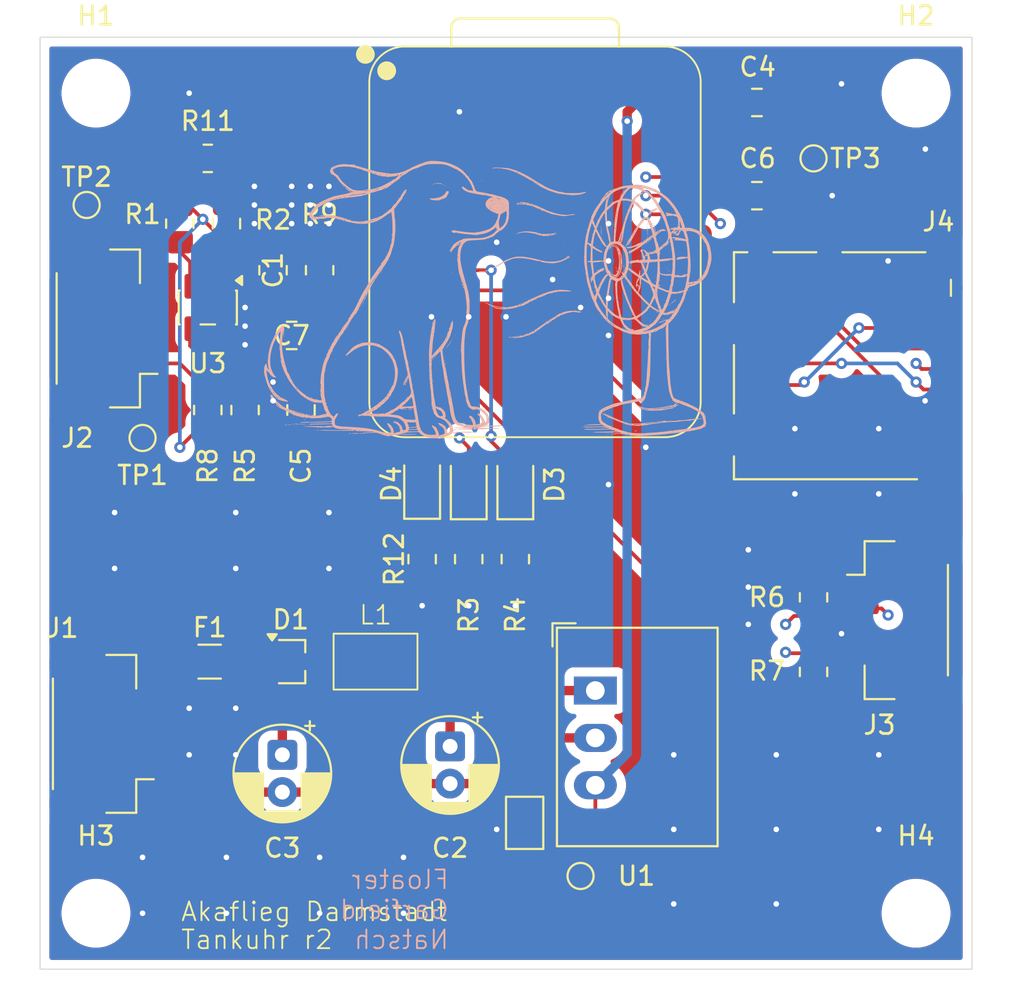
<source format=kicad_pcb>
(kicad_pcb (version 20241229) (generator "pcbnew") (generator_version "9.0")
  (layers (0 "F.Cu" signal) (4 "In1.Cu" signal) (6 "In2.Cu" signal) (2 "B.Cu" signal) (13 "F.Paste" user) (15 "B.Paste" user) (5 "F.SilkS" user "F.Silkscreen") (7 "B.SilkS" user "B.Silkscreen") (1 "F.Mask" user) (3 "B.Mask" user) (25 "Edge.Cuts" user))
  (net 0 "")
  (net 1 "+12V")
  (net 2 "GND")
  (net 3 "+5V")
  (net 4 "SENSOR_FUEL_LEVEL")
  (net 5 "GNDA")
  (net 6 "D0")
  (net 7 "+3.3V")
  (net 10 "SENSOR_FUEL_FLOW")
  (net 13 "D1")
  (net 16 "Net-(D1-A)")
  (net 17 "SDA")
  (net 18 "SCL")
  (net 19 "Net-(J1-Pin_3)")
  (net 20 "Net-(U3--)")
  (net 21 "Net-(U1-IN)")
  (net 23 "Net-(D2-K)")
  (net 24 "Net-(D3-K)")
  (net 25 "Net-(D4-K)")
  (net 26 "/SD_CS")
  (net 27 "/SD_CLK")
  (net 28 "/LED_1")
  (net 29 "/LED_0")
  (net 30 "/SD_MISO")
  (net 31 "/SD_MOSI")
  (footprint "Capacitor_THT:CP_Radial_D5.0mm_P2.00mm" (layer "F.Cu") (at 69.5 85.544888 -90)
    (property "Reference" "C2" (at 5.455112 0 0) (layer "F.SilkS"))
    (property "Value" "4.7u")
    (pad "1" thru_hole roundrect (at 0 0 270) (size 1.6 1.6) (drill 0.8) (layers "*.Cu" "*.Mask") (roundrect_rratio 0.15625) (net 21 "Net-(U1-IN)"))
    (pad "2" thru_hole circle (at 2 0 270) (size 1.6 1.6) (drill 0.8) (layers "*.Cu" "*.Mask") (net 5 "GNDA"))
  )
  (footprint "Resistor_SMD:R_0805_2012Metric_Pad1.20x1.40mm_HandSolder" (layer "F.Cu") (at 60 60 -90)
    (property "Reference" "R2" (at -2.7 0 180) (layer "F.SilkS"))
    (property "Value" "10k")
    (pad "1" smd roundrect (at -1 0 270) (size 1.2 1.4) (layers "F.Cu" "F.Mask" "F.Paste") (roundrect_rratio 0.208333) (net 6 "D0"))
    (pad "2" smd roundrect (at 1 0 270) (size 1.2 1.4) (layers "F.Cu" "F.Mask" "F.Paste") (roundrect_rratio 0.208333) (net 20 "Net-(U3--)"))
  )
  (footprint "MountingHole:MountingHole_3.2mm_M3" (layer "F.Cu") (at 94.5 94.5)
    (property "Reference" "H4" (at 0 -4.15 0) (layer "F.SilkS"))
    (property "Value" "MountingHole")
    (pad "" np_thru_hole circle (at 0 0) (size 3.2 3.2) (drill 3.2) (layers "*.Cu" "*.Mask"))
  )
  (footprint "Jumper:SolderJumper-2_P1.3mm_Bridged2Bar_Pad1.0x1.5mm" (layer "F.Cu") (at 73.5 89.65 -90)
    (property "Reference" "JP1" (hide yes))
    (property "Value" "SolderJumper_2_Bridged")
    (fp_poly (pts (xy -0.25 0.2) (xy 0.25 0.2) (xy 0.25 0.6) (xy -0.25 0.6)) (fill yes) (layer "F.Cu"))
    (fp_poly (pts (xy -0.25 -0.6) (xy 0.25 -0.6) (xy 0.25 -0.2) (xy -0.25 -0.2)) (fill yes) (layer "F.Cu"))
    (pad "1" smd rect (at -0.65 0 270) (size 1 1.5) (layers "F.Cu" "F.Mask") (net 5 "GNDA"))
    (pad "2" smd rect (at 0.65 0 270) (size 1 1.5) (layers "F.Cu" "F.Mask") (net 2 "GND"))
  )
  (footprint "Resistor_SMD:R_0805_2012Metric_Pad1.20x1.40mm_HandSolder" (layer "F.Cu") (at 56.5 67.5 90)
    (property "Reference" "R8" (at -3 0 90) (layer "F.SilkS"))
    (property "Value" "4.7k")
    (pad "1" smd roundrect (at -1 0 90) (size 1.2 1.4) (layers "F.Cu" "F.Mask" "F.Paste") (roundrect_rratio 0.208333) (net 7 "+3.3V"))
    (pad "2" smd roundrect (at 1 0 90) (size 1.2 1.4) (layers "F.Cu" "F.Mask" "F.Paste") (roundrect_rratio 0.208333) (net 10 "SENSOR_FUEL_FLOW"))
  )
  (footprint "Package_TO_SOT_SMD:SOT-23-5" (layer "F.Cu") (at 56.5 62 -90)
    (property "Reference" "U3" (at 3 0 180) (layer "F.SilkS"))
    (property "Value" "MCP6001R")
    (pad "1" smd roundrect (at -1.1375 -0.95 270) (size 1.325 0.6) (layers "F.Cu" "F.Mask" "F.Paste") (net 6 "D0"))
    (pad "2" smd roundrect (at -1.1375 0 270) (size 1.325 0.6) (layers "F.Cu" "F.Mask" "F.Paste") (net 7 "+3.3V"))
    (pad "3" smd roundrect (at -1.1375 0.95 270) (size 1.325 0.6) (layers "F.Cu" "F.Mask" "F.Paste") (net 4 "SENSOR_FUEL_LEVEL"))
    (pad "4" smd roundrect (at 1.1375 0.95 270) (size 1.325 0.6) (layers "F.Cu" "F.Mask" "F.Paste") (net 20 "Net-(U3--)"))
    (pad "5" smd roundrect (at 1.1375 -0.95 270) (size 1.325 0.6) (layers "F.Cu" "F.Mask" "F.Paste") (net 2 "GND"))
  )
  (footprint "MountingHole:MountingHole_3.2mm_M3" (layer "F.Cu") (at 94.5 50.5)
    (property "Reference" "H2" (at 0 -4.15 0) (layer "F.SilkS"))
    (property "Value" "MountingHole")
    (pad "" np_thru_hole circle (at 0 0) (size 3.2 3.2) (drill 3.2) (layers "*.Cu" "*.Mask"))
  )
  (footprint "LED_SMD:LED_0805_2012Metric_Pad1.15x1.40mm_HandSolder" (layer "F.Cu") (at 68 71.475 90)
    (property "Reference" "D4" (at 0 -1.65 90) (layer "F.SilkS"))
    (property "Value" "LED")
    (pad "1" smd roundrect (at -1.025 0 90) (size 1.15 1.4) (layers "F.Cu" "F.Mask" "F.Paste") (roundrect_rratio 0.217391) (net 25 "Net-(D4-K)"))
    (pad "2" smd roundrect (at 1.025 0 90) (size 1.15 1.4) (layers "F.Cu" "F.Mask" "F.Paste") (roundrect_rratio 0.217391) (net 28 "/LED_1"))
  )
  (footprint "Package_TO_SOT_SMD:SOT-323_SC-70" (layer "F.Cu") (at 61 81)
    (property "Reference" "D1" (at -0.05 -2.25 0) (layer "F.SilkS"))
    (property "Value" "BAT54W")
    (pad "1" smd roundrect (at -1 -0.65 270) (size 0.45 0.7) (layers "F.Cu" "F.Mask" "F.Paste") (net 16 "Net-(D1-A)"))
    (pad "2" smd roundrect (at -1 0.65 270) (size 0.45 0.7) (layers "F.Cu" "F.Mask" "F.Paste"))
    (pad "3" smd roundrect (at 1 0 270) (size 0.45 0.7) (layers "F.Cu" "F.Mask" "F.Paste") (net 1 "+12V"))
  )
  (footprint "Seeed Studio XIAO Series Library:XIAO-ESP32C3-SMD" (layer "F.Cu") (at 74 58.5)
    (property "Reference" "U2" (hide yes))
    (property "Value" "XIAO-ESP32-C3-SMD")
    (pad "1" smd roundrect (at -8 -7.58) (size 2.75 2) (layers "F.Cu" "F.Mask" "F.Paste") (net 6 "D0"))
    (pad "2" smd roundrect (at -8 -5.04) (size 2.75 2) (layers "F.Cu" "F.Mask" "F.Paste") (net 13 "D1"))
    (pad "3" smd roundrect (at -8 -2.5) (size 2.75 2) (layers "F.Cu" "F.Mask" "F.Paste"))
    (pad "4" smd roundrect (at -8 0.04) (size 2.75 2) (layers "F.Cu" "F.Mask" "F.Paste") (net 29 "/LED_0"))
    (pad "5" smd roundrect (at -8 2.58) (size 2.75 2) (layers "F.Cu" "F.Mask" "F.Paste") (net 17 "SDA"))
    (pad "6" smd roundrect (at -8 5.12) (size 2.75 2) (layers "F.Cu" "F.Mask" "F.Paste") (net 18 "SCL"))
    (pad "7" smd roundrect (at -8 7.66) (size 2.75 2) (layers "F.Cu" "F.Mask" "F.Paste") (net 28 "/LED_1"))
    (pad "8" smd roundrect (at 8.165 7.66) (size 2.75 2) (layers "F.Cu" "F.Mask" "F.Paste") (net 26 "/SD_CS"))
    (pad "9" smd roundrect (at 8.165 5.12) (size 2.75 2) (layers "F.Cu" "F.Mask" "F.Paste") (net 27 "/SD_CLK"))
    (pad "10" smd roundrect (at 8.165 2.58) (size 2.75 2) (layers "F.Cu" "F.Mask" "F.Paste") (net 30 "/SD_MISO"))
    (pad "11" smd roundrect (at 8.165 0.04) (size 2.75 2) (layers "F.Cu" "F.Mask" "F.Paste") (net 31 "/SD_MOSI"))
    (pad "12" smd roundrect (at 8.165 -2.5) (size 2.75 2) (layers "F.Cu" "F.Mask" "F.Paste") (net 7 "+3.3V"))
    (pad "13" smd roundrect (at 8.165 -5.04) (size 2.75 2) (layers "F.Cu" "F.Mask" "F.Paste") (net 2 "GND"))
    (pad "14" smd roundrect (at 8.165 -7.58) (size 2.75 2) (layers "F.Cu" "F.Mask" "F.Paste") (net 3 "+5V"))
    (pad "15" smd roundrect (at -4.39 -0.342 180) (size 2.5 1.1) (layers "F.Cu" "F.Mask" "F.Paste"))
    (pad "16" smd roundrect (at -4.39 -2.247 180) (size 2.5 1.1) (layers "F.Cu" "F.Mask" "F.Paste") (net 2 "GND"))
    (pad "17" smd circle (at -1.215 -8.592) (size 1.7 1.7) (layers "F.Cu" "F.Mask" "F.Paste"))
    (pad "18" smd circle (at 1.325 -8.592) (size 1.7 1.7) (layers "F.Cu" "F.Mask" "F.Paste"))
    (pad "19" smd circle (at -1.215 -6.052) (size 1.7 1.7) (layers "F.Cu" "F.Mask" "F.Paste"))
    (pad "20" smd circle (at 1.325 -6.052) (size 1.7 1.7) (layers "F.Cu" "F.Mask" "F.Paste") (net 2 "GND"))
    (pad "21" smd circle (at -1.215 -3.512) (size 1.7 1.7) (layers "F.Cu" "F.Mask" "F.Paste"))
    (pad "22" smd circle (at 1.325 -3.512) (size 1.7 1.7) (layers "F.Cu" "F.Mask" "F.Paste"))
  )
  (footprint "MountingHole:MountingHole_3.2mm_M3" (layer "F.Cu") (at 50.5 50.5)
    (property "Reference" "H1" (at 0 -4.15 0) (layer "F.SilkS"))
    (property "Value" "MountingHole")
    (pad "" np_thru_hole circle (at 0 0) (size 3.2 3.2) (drill 3.2) (layers "*.Cu" "*.Mask"))
  )
  (footprint "Resistor_SMD:R_0805_2012Metric_Pad1.20x1.40mm_HandSolder" (layer "F.Cu") (at 62.5 60 -90)
    (property "Reference" "R9" (at -3 0 180) (layer "F.SilkS"))
    (property "Value" "1k")
    (pad "1" smd roundrect (at -1 0 270) (size 1.2 1.4) (layers "F.Cu" "F.Mask" "F.Paste") (roundrect_rratio 0.208333) (net 2 "GND"))
    (pad "2" smd roundrect (at 1 0 270) (size 1.2 1.4) (layers "F.Cu" "F.Mask" "F.Paste") (roundrect_rratio 0.208333) (net 20 "Net-(U3--)"))
  )
  (footprint "Library:RECOM RLS-120" (layer "F.Cu") (at 65.5 81)
    (property "Reference" "L1" (at 0 -2.5 0) (layer "F.SilkS") (effects (font (thickness 0.1))))
    (property "Value" "L")
    (pad "1" smd roundrect (at -1.4 0) (size 2 3.5) (layers "F.Cu" "F.Mask" "F.Paste") (roundrect_rratio 0.05) (net 1 "+12V"))
    (pad "2" smd roundrect (at 1.4 0) (size 2 3.5) (layers "F.Cu" "F.Mask" "F.Paste") (roundrect_rratio 0.05) (net 21 "Net-(U1-IN)"))
  )
  (footprint "Resistor_SMD:R_0805_2012Metric_Pad1.20x1.40mm_HandSolder" (layer "F.Cu") (at 89 77.55 90)
    (property "Reference" "R6" (at 0 -2.5 180) (layer "F.SilkS"))
    (property "Value" "4.7k")
    (pad "1" smd roundrect (at -1 0 90) (size 1.2 1.4) (layers "F.Cu" "F.Mask" "F.Paste") (roundrect_rratio 0.208333) (net 7 "+3.3V"))
    (pad "2" smd roundrect (at 1 0 90) (size 1.2 1.4) (layers "F.Cu" "F.Mask" "F.Paste") (roundrect_rratio 0.208333) (net 17 "SDA"))
  )
  (footprint "Capacitor_SMD:C_0805_2012Metric_Pad1.18x1.45mm_HandSolder" (layer "F.Cu") (at 57.5 57.5 90)
    (property "Reference" "C1" (at -2.5 2.5 90) (layer "F.SilkS"))
    (property "Value" "100n / >35V")
    (pad "1" smd roundrect (at -1.0375 0 90) (size 1.175 1.45) (layers "F.Cu" "F.Mask" "F.Paste") (roundrect_rratio 0.212766) (net 7 "+3.3V"))
    (pad "2" smd roundrect (at 1.0375 0 90) (size 1.175 1.45) (layers "F.Cu" "F.Mask" "F.Paste") (roundrect_rratio 0.212766) (net 2 "GND"))
  )
  (footprint "Connector_Card:microSD_HC_Molex_104031-0811" (layer "F.Cu") (at 90.55 65.105 -90)
    (property "Reference" "J4" (at -7.705 -5.15 180) (layer "F.SilkS"))
    (property "Value" "Micro_SD_Card_Det1")
    (pad "1" smd rect (at -3.105 -5.45 270) (size 0.85 1.1) (layers "F.Cu" "F.Mask" "F.Paste"))
    (pad "2" smd rect (at -2.005 -5.45 270) (size 0.85 1.1) (layers "F.Cu" "F.Mask" "F.Paste") (net 26 "/SD_CS"))
    (pad "3" smd rect (at -0.905 -5.45 270) (size 0.85 1.1) (layers "F.Cu" "F.Mask" "F.Paste") (net 31 "/SD_MOSI"))
    (pad "4" smd rect (at 0.195 -5.45 270) (size 0.85 1.1) (layers "F.Cu" "F.Mask" "F.Paste") (net 7 "+3.3V"))
    (pad "5" smd rect (at 1.295 -5.45 270) (size 0.85 1.1) (layers "F.Cu" "F.Mask" "F.Paste") (net 27 "/SD_CLK"))
    (pad "6" smd rect (at 2.395 -5.45 270) (size 0.85 1.1) (layers "F.Cu" "F.Mask" "F.Paste") (net 2 "GND"))
    (pad "7" smd rect (at 3.495 -5.45 270) (size 0.85 1.1) (layers "F.Cu" "F.Mask" "F.Paste") (net 30 "/SD_MISO"))
    (pad "8" smd rect (at 4.545 -5.45 270) (size 0.75 1.1) (layers "F.Cu" "F.Mask" "F.Paste"))
    (pad "9" smd rect (at -5.74 0.7 270) (size 1.2 1) (layers "F.Cu" "F.Mask" "F.Paste"))
    (pad "10" smd rect (at -5.74 4.4 270) (size 1.2 1) (layers "F.Cu" "F.Mask" "F.Paste") (net 2 "GND"))
    (pad "11" smd rect (at -5.565 -5.325 270) (size 1.55 1.35) (layers "F.Cu" "F.Mask" "F.Paste"))
    (pad "11" smd rect (at -2.24 5.375 270) (size 1.9 1.35) (layers "F.Cu" "F.Mask" "F.Paste"))
    (pad "11" smd rect (at 3.73 5.375 270) (size 1.9 1.35) (layers "F.Cu" "F.Mask" "F.Paste"))
    (pad "11" smd rect (at 5.755 -5.1 270) (size 1.17 1.8) (layers "F.Cu" "F.Mask" "F.Paste"))
  )
  (footprint "Capacitor_SMD:C_0805_2012Metric_Pad1.18x1.45mm_HandSolder" (layer "F.Cu") (at 61 63.5)
    (property "Reference" "C7" (at 0 0 0) (layer "F.SilkS"))
    (property "Value" "100n")
    (pad "1" smd roundrect (at -1.0375 0) (size 1.175 1.45) (layers "F.Cu" "F.Mask" "F.Paste") (roundrect_rratio 0.212766) (net 20 "Net-(U3--)"))
    (pad "2" smd roundrect (at 1.0375 0) (size 1.175 1.45) (layers "F.Cu" "F.Mask" "F.Paste") (roundrect_rratio 0.212766) (net 6 "D0"))
  )
  (footprint "Converter_DCDC:Converter_DCDC_RECOM_R-78E-0.5_THT" (layer "F.Cu") (at 77.2925 82.5525 -90)
    (property "Reference" "U1" (at 9.9475 -2.2075 180) (layer "F.SilkS"))
    (property "Value" "R-78E5.0-0.5")
    (pad "1" thru_hole rect (at 0 0 270) (size 1.5 2.3) (drill 1) (layers "*.Cu" "*.Mask") (net 21 "Net-(U1-IN)"))
    (pad "2" thru_hole oval (at 2.54 0 270) (size 1.5 2.3) (drill 1) (layers "*.Cu" "*.Mask") (net 5 "GNDA"))
    (pad "3" thru_hole oval (at 5.08 0 270) (size 1.5 2.3) (drill 1) (layers "*.Cu" "*.Mask") (net 3 "+5V"))
  )
  (footprint "Connector_JST:JST_GH_BM04B-GHS-TBT_1x04-1MP_P1.25mm_Vertical" (layer "F.Cu") (at 51 63.125 90)
    (property "Reference" "J2" (at -5.875 -1.5 0) (layer "F.SilkS"))
    (property "Value" "Conn_01x04_Pin")
    (pad "1" smd roundrect (at -1.875 1.95 90) (size 0.6 1.7) (layers "F.Cu" "F.Mask" "F.Paste") (net 10 "SENSOR_FUEL_FLOW"))
    (pad "2" smd roundrect (at -0.625 1.95 90) (size 0.6 1.7) (layers "F.Cu" "F.Mask" "F.Paste") (net 2 "GND"))
    (pad "3" smd roundrect (at 0.625 1.95 90) (size 0.6 1.7) (layers "F.Cu" "F.Mask" "F.Paste") (net 2 "GND"))
    (pad "4" smd roundrect (at 1.875 1.95 90) (size 0.6 1.7) (layers "F.Cu" "F.Mask" "F.Paste") (net 4 "SENSOR_FUEL_LEVEL"))
    (pad "MP" smd roundrect (at -3.725 -1.4 90) (size 1 2.8) (layers "F.Cu" "F.Mask" "F.Paste"))
    (pad "MP" smd roundrect (at 3.725 -1.4 90) (size 1 2.8) (layers "F.Cu" "F.Mask" "F.Paste"))
  )
  (footprint "LED_SMD:LED_0805_2012Metric_Pad1.15x1.40mm_HandSolder" (layer "F.Cu") (at 73 71.5 90)
    (property "Reference" "D3" (at 0 2.1 90) (layer "F.SilkS"))
    (property "Value" "LED")
    (pad "1" smd roundrect (at -1.025 0 90) (size 1.15 1.4) (layers "F.Cu" "F.Mask" "F.Paste") (roundrect_rratio 0.217391) (net 24 "Net-(D3-K)"))
    (pad "2" smd roundrect (at 1.025 0 90) (size 1.15 1.4) (layers "F.Cu" "F.Mask" "F.Paste") (roundrect_rratio 0.217391) (net 29 "/LED_0"))
  )
  (footprint "Resistor_SMD:R_0805_2012Metric_Pad1.20x1.40mm_HandSolder" (layer "F.Cu") (at 70.5 75.5 -90)
    (property "Reference" "R3" (at 3 0 90) (layer "F.SilkS"))
    (property "Value" "150")
    (pad "1" smd roundrect (at -1 0 270) (size 1.2 1.4) (layers "F.Cu" "F.Mask" "F.Paste") (roundrect_rratio 0.208333) (net 23 "Net-(D2-K)"))
    (pad "2" smd roundrect (at 1 0 270) (size 1.2 1.4) (layers "F.Cu" "F.Mask" "F.Paste") (roundrect_rratio 0.208333) (net 2 "GND"))
  )
  (footprint "Resistor_SMD:R_0805_2012Metric_Pad1.20x1.40mm_HandSolder" (layer "F.Cu") (at 58.5 67.5 -90)
    (property "Reference" "R5" (at 3 0 90) (layer "F.SilkS"))
    (property "Value" "220")
    (pad "1" smd roundrect (at -1 0 270) (size 1.2 1.4) (layers "F.Cu" "F.Mask" "F.Paste") (roundrect_rratio 0.208333) (net 10 "SENSOR_FUEL_FLOW"))
    (pad "2" smd roundrect (at 1 0 270) (size 1.2 1.4) (layers "F.Cu" "F.Mask" "F.Paste") (roundrect_rratio 0.208333) (net 13 "D1"))
  )
  (footprint "LED_SMD:LED_0805_2012Metric_Pad1.15x1.40mm_HandSolder" (layer "F.Cu") (at 70.5 71.5 90)
    (property "Reference" "D2" (hide yes))
    (property "Value" "LED")
    (pad "1" smd roundrect (at -1.025 0 90) (size 1.15 1.4) (layers "F.Cu" "F.Mask" "F.Paste") (roundrect_rratio 0.217391) (net 23 "Net-(D2-K)"))
    (pad "2" smd roundrect (at 1.025 0 90) (size 1.15 1.4) (layers "F.Cu" "F.Mask" "F.Paste") (roundrect_rratio 0.217391) (net 7 "+3.3V"))
  )
  (footprint "TestPoint:TestPoint_Pad_D1.0mm" (layer "F.Cu") (at 53 69 -90)
    (property "Reference" "TP1" (at 2 0 0) (layer "F.SilkS"))
    (property "Value" "TestPoint")
    (pad "1" smd circle (at 0 0 270) (size 1 1) (layers "F.Cu" "F.Mask") (net 10 "SENSOR_FUEL_FLOW"))
  )
  (footprint "Resistor_SMD:R_0805_2012Metric_Pad1.20x1.40mm_HandSolder" (layer "F.Cu") (at 73 75.5 -90)
    (property "Reference" "R4" (at 3 0 90) (layer "F.SilkS"))
    (property "Value" "150")
    (pad "1" smd roundrect (at -1 0 270) (size 1.2 1.4) (layers "F.Cu" "F.Mask" "F.Paste") (roundrect_rratio 0.208333) (net 24 "Net-(D3-K)"))
    (pad "2" smd roundrect (at 1 0 270) (size 1.2 1.4) (layers "F.Cu" "F.Mask" "F.Paste") (roundrect_rratio 0.208333) (net 2 "GND"))
  )
  (footprint "Capacitor_SMD:C_0805_2012Metric_Pad1.18x1.45mm_HandSolder" (layer "F.Cu") (at 61.5 67.5 90)
    (property "Reference" "C5" (at -3 0 90) (layer "F.SilkS"))
    (property "Value" "1n")
    (pad "1" smd roundrect (at -1.0375 0 90) (size 1.175 1.45) (layers "F.Cu" "F.Mask" "F.Paste") (roundrect_rratio 0.212766) (net 13 "D1"))
    (pad "2" smd roundrect (at 1.0375 0 90) (size 1.175 1.45) (layers "F.Cu" "F.Mask" "F.Paste") (roundrect_rratio 0.212766) (net 2 "GND"))
  )
  (footprint "TestPoint:TestPoint_Pad_D1.0mm" (layer "F.Cu") (at 76.5 92.5)
    (property "Reference" "TP4" (hide yes))
    (property "Value" "TestPoint")
    (pad "1" smd circle (at 0 0) (size 1 1) (layers "F.Cu" "F.Mask") (net 3 "+5V"))
  )
  (footprint "Fuse:Fuse_1206_3216Metric" (layer "F.Cu") (at 56.6 81)
    (property "Reference" "F1" (at 0 -1.83 0) (layer "F.SilkS"))
    (property "Value" "1A")
    (pad "1" smd roundrect (at -1.4 0) (size 1.25 1.75) (layers "F.Cu" "F.Mask" "F.Paste") (roundrect_rratio 0.2) (net 19 "Net-(J1-Pin_3)"))
    (pad "2" smd roundrect (at 1.4 0) (size 1.25 1.75) (layers "F.Cu" "F.Mask" "F.Paste") (roundrect_rratio 0.2) (net 16 "Net-(D1-A)"))
  )
  (footprint "Connector_JST:JST_GH_BM04B-GHS-TBT_1x04-1MP_P1.25mm_Vertical" (layer "F.Cu") (at 93.6 78.775 -90)
    (property "Reference" "J3" (at 5.625 1.06 180) (layer "F.SilkS"))
    (property "Value" "Conn_01x04_Pin")
    (pad "1" smd roundrect (at -1.875 1.95 270) (size 0.6 1.7) (layers "F.Cu" "F.Mask" "F.Paste") (net 17 "SDA"))
    (pad "2" smd roundrect (at -0.625 1.95 270) (size 0.6 1.7) (layers "F.Cu" "F.Mask" "F.Paste") (net 7 "+3.3V"))
    (pad "3" smd roundrect (at 0.625 1.95 270) (size 0.6 1.7) (layers "F.Cu" "F.Mask" "F.Paste") (net 2 "GND"))
    (pad "4" smd roundrect (at 1.875 1.95 270) (size 0.6 1.7) (layers "F.Cu" "F.Mask" "F.Paste") (net 18 "SCL"))
    (pad "MP" smd roundrect (at -3.725 -1.4 270) (size 1 2.8) (layers "F.Cu" "F.Mask" "F.Paste"))
    (pad "MP" smd roundrect (at 3.725 -1.4 270) (size 1 2.8) (layers "F.Cu" "F.Mask" "F.Paste"))
  )
  (footprint "TestPoint:TestPoint_Pad_D1.0mm" (layer "F.Cu") (at 50 56.5 -90)
    (property "Reference" "TP2" (at -1.5 0 0) (layer "F.SilkS"))
    (property "Value" "TestPoint")
    (pad "1" smd circle (at 0 0 270) (size 1 1) (layers "F.Cu" "F.Mask") (net 4 "SENSOR_FUEL_LEVEL"))
  )
  (footprint "Capacitor_SMD:C_0805_2012Metric_Pad1.18x1.45mm_HandSolder" (layer "F.Cu") (at 85.9625 56)
    (property "Reference" "C6" (at 0.0375 -2 0) (layer "F.SilkS"))
    (property "Value" "100n / >35V")
    (pad "1" smd roundrect (at -1.0375 0) (size 1.175 1.45) (layers "F.Cu" "F.Mask" "F.Paste") (roundrect_rratio 0.212766) (net 7 "+3.3V"))
    (pad "2" smd roundrect (at 1.0375 0) (size 1.175 1.45) (layers "F.Cu" "F.Mask" "F.Paste") (roundrect_rratio 0.212766) (net 2 "GND"))
  )
  (footprint "MountingHole:MountingHole_3.2mm_M3" (layer "F.Cu") (at 50.5 94.5)
    (property "Reference" "H3" (at 0 -4.15 0) (layer "F.SilkS"))
    (property "Value" "MountingHole")
    (pad "" np_thru_hole circle (at 0 0) (size 3.2 3.2) (drill 3.2) (layers "*.Cu" "*.Mask"))
  )
  (footprint "Resistor_SMD:R_0805_2012Metric_Pad1.20x1.40mm_HandSolder" (layer "F.Cu") (at 56.5 54)
    (property "Reference" "R11" (at 0 -2 180) (layer "F.SilkS"))
    (property "Value" "0")
    (pad "1" smd roundrect (at -1 0) (size 1.2 1.4) (layers "F.Cu" "F.Mask" "F.Paste") (roundrect_rratio 0.208333) (net 4 "SENSOR_FUEL_LEVEL"))
    (pad "2" smd roundrect (at 1 0) (size 1.2 1.4) (layers "F.Cu" "F.Mask" "F.Paste") (roundrect_rratio 0.208333) (net 6 "D0"))
  )
  (footprint "Resistor_SMD:R_0805_2012Metric_Pad1.20x1.40mm_HandSolder" (layer "F.Cu") (at 68 75.5 -90)
    (property "Reference" "R12" (at 0 1.5 90) (layer "F.SilkS"))
    (property "Value" "150")
    (pad "1" smd roundrect (at -1 0 270) (size 1.2 1.4) (layers "F.Cu" "F.Mask" "F.Paste") (roundrect_rratio 0.208333) (net 25 "Net-(D4-K)"))
    (pad "2" smd roundrect (at 1 0 270) (size 1.2 1.4) (layers "F.Cu" "F.Mask" "F.Paste") (roundrect_rratio 0.208333) (net 2 "GND"))
  )
  (footprint "Capacitor_SMD:C_0805_2012Metric_Pad1.18x1.45mm_HandSolder" (layer "F.Cu") (at 85.9625 51)
    (property "Reference" "C4" (at 0.0375 -1.9 0) (layer "F.SilkS"))
    (property "Value" "100n / >35V")
    (pad "1" smd roundrect (at -1.0375 0) (size 1.175 1.45) (layers "F.Cu" "F.Mask" "F.Paste") (roundrect_rratio 0.212766) (net 3 "+5V"))
    (pad "2" smd roundrect (at 1.0375 0) (size 1.175 1.45) (layers "F.Cu" "F.Mask" "F.Paste") (roundrect_rratio 0.212766) (net 2 "GND"))
  )
  (footprint "TestPoint:TestPoint_Pad_D1.0mm" (layer "F.Cu") (at 89 54 -90)
    (property "Reference" "TP3" (at 0 -2.25 0) (layer "F.SilkS"))
    (property "Value" "TestPoint")
    (pad "1" smd circle (at 0 0 270) (size 1 1) (layers "F.Cu" "F.Mask") (net 2 "GND"))
  )
  (footprint "Resistor_SMD:R_0805_2012Metric_Pad1.20x1.40mm_HandSolder" (layer "F.Cu") (at 89 81.55 -90)
    (property "Reference" "R7" (at -0.05 2.5 180) (layer "F.SilkS"))
    (property "Value" "4.7k")
    (pad "1" smd roundrect (at -1 0 270) (size 1.2 1.4) (layers "F.Cu" "F.Mask" "F.Paste") (roundrect_rratio 0.208333) (net 7 "+3.3V"))
    (pad "2" smd roundrect (at 1 0 270) (size 1.2 1.4) (layers "F.Cu" "F.Mask" "F.Paste") (roundrect_rratio 0.208333) (net 18 "SCL"))
  )
  (footprint "Capacitor_THT:CP_Radial_D5.0mm_P2.00mm" (layer "F.Cu") (at 60.5 86 -90)
    (property "Reference" "C3" (at 5 0 0) (layer "F.SilkS"))
    (property "Value" "10u")
    (pad "1" thru_hole roundrect (at 0 0 270) (size 1.6 1.6) (drill 0.8) (layers "*.Cu" "*.Mask") (roundrect_rratio 0.15625) (net 1 "+12V"))
    (pad "2" thru_hole circle (at 2 0 270) (size 1.6 1.6) (drill 0.8) (layers "*.Cu" "*.Mask") (net 5 "GNDA"))
  )
  (footprint "Connector_JST:JST_GH_BM04B-GHS-TBT_1x04-1MP_P1.25mm_Vertical" (layer "F.Cu") (at 50.8 84.875 90)
    (property "Reference" "J1" (at 5.675 -2.1 180) (layer "F.SilkS"))
    (property "Value" "Conn_01x04_Pin")
    (pad "1" smd roundrect (at -1.875 1.95 90) (size 0.6 1.7) (layers "F.Cu" "F.Mask" "F.Paste") (net 5 "GNDA"))
    (pad "2" smd roundrect (at -0.625 1.95 90) (size 0.6 1.7) (layers "F.Cu" "F.Mask" "F.Paste") (net 5 "GNDA"))
    (pad "3" smd roundrect (at 0.625 1.95 90) (size 0.6 1.7) (layers "F.Cu" "F.Mask" "F.Paste") (net 19 "Net-(J1-Pin_3)"))
    (pad "4" smd roundrect (at 1.875 1.95 90) (size 0.6 1.7) (layers "F.Cu" "F.Mask" "F.Paste") (net 19 "Net-(J1-Pin_3)"))
    (pad "MP" smd roundrect (at -3.725 -1.4 90) (size 1 2.8) (layers "F.Cu" "F.Mask" "F.Paste"))
    (pad "MP" smd roundrect (at 3.725 -1.4 90) (size 1 2.8) (layers "F.Cu" "F.Mask" "F.Paste"))
  )
  (footprint "Resistor_SMD:R_0805_2012Metric_Pad1.20x1.40mm_HandSolder" (layer "F.Cu") (at 55 57.5 90)
    (property "Reference" "R1" (at 0.5 -2 0) (layer "F.SilkS"))
    (property "Value" "3.3k / 330")
    (pad "1" smd roundrect (at -1 0 90) (size 1.2 1.4) (layers "F.Cu" "F.Mask" "F.Paste") (roundrect_rratio 0.208333) (net 4 "SENSOR_FUEL_LEVEL"))
    (pad "2" smd roundrect (at 1 0 90) (size 1.2 1.4) (layers "F.Cu" "F.Mask" "F.Paste") (roundrect_rratio 0.208333) (net 7 "+3.3V"))
  )
  (footprint "LOGO" (layer "B.Cu") (at 71.5 61.5 180)
    (property "Reference" "G***" (hide yes))
    (property "Value" "LOGO" (hide yes))
  )
  (gr_rect (start 47.5 47.5) (end 97.5 97.5) (stroke (width 0.05)) (fill no) (layer "Edge.Cuts"))
  (gr_text "Tankuhr r2" (at 55 96.5 0) (layer "F.SilkS") (effects (font (size 1 1) (thickness 0.1)) (justify left bottom)))
  (gr_text "Akaflieg Darmstadt" (at 55 95 0) (layer "F.SilkS") (effects (font (size 1 1) (thickness 0.1)) (justify left bottom)))
  (gr_text "Floater\nGarfield\nNatsch" (at 69.5 96.5 0) (layer "B.SilkS") (effects (font (size 1 1) (thickness 0.1)) (justify left bottom mirror)))
  (segment (start 60.5 86) (end 60.5 82.5) (width 0.5) (layer "F.Cu") (net 1))
  (segment (start 60.5 82.5) (end 62 81) (width 0.5) (layer "F.Cu") (net 1))
  (segment (start 62 81) (end 64.1 81) (width 0.5) (layer "F.Cu") (net 1))
  (segment (start 61.5 66.4625) (end 60.5375 66.4625) (width 1) (layer "F.Cu") (net 2))
  (segment (start 91.65 79.4) (end 90.6 79.4) (width 0.2) (layer "F.Cu") (net 2))
  (segment (start 96 67.5) (end 95.477773 67.5) (width 0.2) (layer "F.Cu") (net 2))
  (segment (start 90.6 79.4) (end 90.5 79.5) (width 0.2) (layer "F.Cu") (net 2))
  (segment (start 58.9625 56.4625) (end 59 56.5) (width 1) (layer "F.Cu") (net 2))
  (segment (start 70.5 76.5) (end 70.5 78) (width 0.2) (layer "F.Cu") (net 2))
  (segment (start 82.165 53.46) (end 84.96 53.46) (width 1) (layer "F.Cu") (net 2))
  (segment (start 73 76.5) (end 73 78) (width 0.2) (layer "F.Cu") (net 2))
  (segment (start 57.5 56.4625) (end 58.9625 56.4625) (width 1) (layer "F.Cu") (net 2))
  (segment (start 72.3 90.3) (end 72 90) (width 0.2) (layer "F.Cu") (net 2))
  (segment (start 73.5 90.3) (end 72.3 90.3) (width 0.2) (layer "F.Cu") (net 2))
  (segment (start 62.5 58) (end 62 57.5) (width 1) (layer "F.Cu") (net 2))
  (segment (start 68 78) (end 68 76.5) (width 0.2) (layer "F.Cu") (net 2))
  (segment (start 62.5 59) (end 62.5 58) (width 1) (layer "F.Cu") (net 2))
  (segment (start 95.477773 67.5) (end 94.983997 67.006224) (width 0.2) (layer "F.Cu") (net 2))
  (segment (start 60.5375 66.4625) (end 60 67) (width 1) (layer "F.Cu") (net 2))
  (via (at 60 66) (size 0.6) (drill 0.3) (layers "F.Cu" "B.Cu") (net 2))
  (via (at 51.5 76) (size 0.6) (drill 0.3) (layers "F.Cu" "B.Cu") (net 2))
  (via (at 81.5 94) (size 0.6) (drill 0.3) (layers "F.Cu" "B.Cu") (net 2))
  (via (at 80 69.5) (size 0.6) (drill 0.3) (layers "F.Cu" "B.Cu") (net 2))
  (via (at 62 55.5) (size 0.6) (drill 0.3) (layers "F.Cu" "B.Cu") (net 2))
  (via (at 92.5 86) (size 0.6) (drill 0.3) (layers "F.Cu" "B.Cu") (net 2))
  (via (at 58 83.5) (size 0.6) (drill 0.3) (layers "F.Cu" "B.Cu") (net 2))
  (via (at 55.5 86) (size 0.6) (drill 0.3) (layers "F.Cu" "B.Cu") (net 2))
  (via (at 90 56) (size 0.6) (drill 0.3) (layers "F.Cu" "B.Cu") (net 2))
  (via (at 78 71.5) (size 0.6) (drill 0.3) (layers "F.Cu" "B.Cu") (net 2))
  (via (at 63 57.5) (size 0.6) (drill 0.3) (layers "F.Cu" "B.Cu") (net 2))
  (via (at 72 90) (size 0.6) (drill 0.3) (layers "F.Cu" "B.Cu") (net 2))
  (via (at 92.5 90) (size 0.6) (drill 0.3) (layers "F.Cu" "B.Cu") (net 2))
  (via (at 94.983997 67.006224) (size 0.6) (drill 0.3) (layers "F.Cu" "B.Cu") (net 2))
  (via (at 78 57.5) (size 0.6) (drill 0.3) (layers "F.Cu" "B.Cu") (net 2))
  (via (at 58.5 62) (size 0.6) (drill 0.3) (layers "F.Cu" "B.Cu") (net 2))
  (via (at 62 56.5) (size 0.6) (drill 0.3) (layers "F.Cu" "B.Cu") (net 2))
  (via (at 55.5 83.5) (size 0.6) (drill 0.3) (layers "F.Cu" "B.Cu") (net 2))
  (via (at 90.5 50) (size 0.6) (drill 0.3) (layers "F.Cu" "B.Cu") (net 2))
  (via (at 72 58.5) (size 0.6) (drill 0.3) (layers "F.Cu" "B.Cu") (net 2))
  (via (at 75 60.5) (size 0.6) (drill 0.3) (layers "F.Cu" "B.Cu") (net 2))
  (via (at 51.5 73) (size 0.6) (drill 0.3) (layers "F.Cu" "B.Cu") (net 2))
  (via (at 85.5 75) (size 0.6) (drill 0.3) (layers "F.Cu" "B.Cu") (net 2))
  (via (at 53 91.5) (size 0.6) (drill 0.3) (layers "F.Cu" "B.Cu") (net 2))
  (via (at 90.5 79.5) (size 0.6) (drill 0.3) (layers "F.Cu" "B.Cu") (net 2))
  (via (at 63 76) (size 0.6) (drill 0.3) (layers "F.Cu" "B.Cu") (net 2))
  (via (at 87 90) (size 0.6) (drill 0.3) (layers "F.Cu" "B.Cu") (net 2))
  (via (at 85.5 79) (size 0.6) (drill 0.3) (layers "F.Cu" "B.Cu") (net 2))
  (via (at 59 56.5) (size 0.6) (drill 0.3) (layers "F.Cu" "B.Cu") (net 2))
  (via (at 62 57.5) (size 0.6) (drill 0.3) (layers "F.Cu" "B.Cu") (net 2))
  (via (at 58 86) (size 0.6) (drill 0.3) (layers "F.Cu" "B.Cu") (net 2))
  (via (at 67 94.5) (size 0.6) (drill 0.3) (layers "F.Cu" "B.Cu") (net 2))
  (via (at 92.5 68.5) (size 0.6) (drill 0.3) (layers "F.Cu" "B.Cu") (net 2))
  (via (at 59 57.5) (size 0.6) (drill 0.3) (layers "F.Cu" "B.Cu") (net 2))
  (via (at 85.5 77) (size 0.6) (drill 0.3) (layers "F.Cu" "B.Cu") (net 2))
  (via (at 76.5 62) (size 0.6) (drill 0.3) (layers "F.Cu" "B.Cu") (net 2))
  (via (at 67 91.5) (size 0.6) (drill 0.3) (layers "F.Cu" "B.Cu") (net 2))
  (via (at 63 73) (size 0.6) (drill 0.3) (layers "F.Cu" "B.Cu") (net 2))
  (via (at 68.5 62.5) (size 0.6) (drill 0.3) (layers "F.Cu" "B.Cu") (net 2))
  (via (at 57.5 91.5) (size 0.6) (drill 0.3) (layers "F.Cu" "B.Cu") (net 2))
  (via (at 95 53.5) (size 0.6) (drill 0.3) (layers "F.Cu" "B.Cu") (net 2))
  (via (at 78 61.5) (size 0.6) (drill 0.3) (layers "F.Cu" "B.Cu") (net 2))
  (via (at 58.5 64) (size 0.6) (drill 0.3) (layers "F.Cu" "B.Cu") (net 2))
  (via (at 58 76) (size 0.6) (drill 0.3) (layers "F.Cu" "B.Cu") (net 2))
  (via (at 59 55.5) (size 0.6) (drill 0.3) (layers "F.Cu" "B.Cu") (net 2))
  (via (at 73 78) (size 0.6) (drill 0.3) (layers "F.Cu" "B.Cu") (net 2))
  (via (at 70.5 78) (size 0.6) (drill 0.3) (layers "F.Cu" "B.Cu") (net 2))
  (via (at 81.5 86) (size 0.6) (drill 0.3) (layers "F.Cu" "B.Cu") (net 2))
  (via (at 53 94.5) (size 0.6) (drill 0.3) (layers "F.Cu" "B.Cu") (net 2))
  (via (at 61 57.5) (size 0.6) (drill 0.3) (layers "F.Cu" "B.Cu") (net 2))
  (via (at 93 59.5) (size 0.6) (drill 0.3) (layers "F.Cu" "B.Cu") (net 2))
  (via (at 61 56.5) (size 0.6) (drill 0.3) (layers "F.Cu" "B.Cu") (net 2))
  (via (at 88 68.5) (size 0.6) (drill 0.3) (layers "F.Cu" "B.Cu") (net 2))
  (via (at 88 72) (size 0.6) (drill 0.3) (layers "F.Cu" "B.Cu") (net 2))
  (via (at 81.5 90) (size 0.6) (drill 0.3) (layers "F.Cu" "B.Cu") (net 2))
  (via (at 70 51.5) (size 0.6) (drill 0.3) (layers "F.Cu" "B.Cu") (net 2))
  (via (at 58.5 63) (size 0.6) (drill 0.3) (layers "F.Cu" "B.Cu") (net 2))
  (via (at 63 56.5) (size 0.6) (drill 0.3) (layers "F.Cu" "B.Cu") (net 2))
  (via (at 61 55.5) (size 0.6) (drill 0.3) (layers "F.Cu" "B.Cu") (net 2))
  (via (at 72.5 62.5) (size 0.6) (drill 0.3) (layers "F.Cu" "B.Cu") (net 2))
  (via (at 70.5 62.5) (size 0.6) (drill 0.3) (layers "F.Cu" "B.Cu") (net 2))
  (via (at 68 78) (size 0.6) (drill 0.3) (layers "F.Cu" "B.Cu") (net 2))
  (via (at 55.5 50.5) (size 0.6) (drill 0.3) (layers "F.Cu" "B.Cu") (net 2))
  (via (at 78 59.5) (size 0.6) (drill 0.3) (layers "F.Cu" "B.Cu") (net 2))
  (via (at 62.5 91.5) (size 0.6) (drill 0.3) (layers "F.Cu" "B.Cu") (net 2))
  (via (at 87 94) (size 0.6) (drill 0.3) (layers "F.Cu" "B.Cu") (net 2))
  (via (at 87 86) (size 0.6) (drill 0.3) (layers "F.Cu" "B.Cu") (net 2))
  (via (at 60 67) (size 0.6) (drill 0.3) (layers "F.Cu" "B.Cu") (net 2))
  (via (at 92.5 72) (size 0.6) (drill 0.3) (layers "F.Cu" "B.Cu") (net 2))
  (via (at 78 63.5) (size 0.6) (drill 0.3) (layers "F.Cu" "B.Cu") (net 2))
  (via (at 58 73) (size 0.6) (drill 0.3) (layers "F.Cu" "B.Cu") (net 2))
  (via (at 63 55.5) (size 0.6) (drill 0.3) (layers "F.Cu" "B.Cu") (net 2))
  (via (at 57.5 94.5) (size 0.6) (drill 0.3) (layers "F.Cu" "B.Cu") (net 2))
  (via (at 62.5 94.5) (size 0.6) (drill 0.3) (layers "F.Cu" "B.Cu") (net 2))
  (segment (start 84.845 50.92) (end 84.925 51) (width 0.5) (layer "F.Cu") (net 3))
  (segment (start 84.42 50.92) (end 84.5 51) (width 0.2) (layer "F.Cu") (net 3))
  (segment (start 79 51.5) (end 79.58 50.92) (width 0.5) (layer "F.Cu") (net 3))
  (segment (start 82.165 50.92) (end 84.845 50.92) (width 0.5) (layer "F.Cu") (net 3))
  (segment (start 77.2925 91.7075) (end 76.5 92.5) (width 0.2) (layer "F.Cu") (net 3))
  (segment (start 77.2925 87.6325) (end 77.2925 91.7075) (width 0.2) (layer "F.Cu") (net 3))
  (segment (start 79 52) (end 79 51.5) (width 0.5) (layer "F.Cu") (net 3))
  (segment (start 79.58 50.92) (end 82.165 50.92) (width 0.5) (layer "F.Cu") (net 3))
  (via (at 79 52) (size 0.6) (drill 0.3) (layers "F.Cu" "B.Cu") (net 3))
  (segment (start 79 85.925) (end 79 52) (width 0.5) (layer "B.Cu") (net 3))
  (segment (start 77.2925 87.6325) (end 79 85.925) (width 0.5) (layer "B.Cu") (net 3))
  (segment (start 53.45 58.95) (end 53.45 56.05) (width 0.2) (layer "F.Cu") (net 4))
  (segment (start 52.95 59.45) (end 53.45 58.95) (width 0.2) (layer "F.Cu") (net 4))
  (segment (start 52.95 59.45) (end 52.95 61.25) (width 0.2) (layer "F.Cu") (net 4))
  (segment (start 55 58.5) (end 55 59) (width 0.2) (layer "F.Cu") (net 4))
  (segment (start 55.55 59.55) (end 55.55 60.8625) (width 0.2) (layer "F.Cu") (net 4))
  (segment (start 50 56.5) (end 52.95 59.45) (width 0.2) (layer "F.Cu") (net 4))
  (segment (start 53.45 58.95) (end 53.9 58.5) (width 0.2) (layer "F.Cu") (net 4))
  (segment (start 55 59) (end 55.55 59.55) (width 0.2) (layer "F.Cu") (net 4))
  (segment (start 53.9 58.5) (end 55 58.5) (width 0.2) (layer "F.Cu") (net 4))
  (segment (start 53.45 56.05) (end 55.5 54) (width 0.2) (layer "F.Cu") (net 4))
  (segment (start 52.75 86.75) (end 54 88) (width 0.5) (layer "F.Cu") (net 5))
  (segment (start 71.455112 87.544888) (end 69.5 87.544888) (width 0.5) (layer "F.Cu") (net 5))
  (segment (start 62 88) (end 62.455112 87.544888) (width 0.5) (layer "F.Cu") (net 5))
  (segment (start 73.5 88) (end 72.25 86.75) (width 0.5) (layer "F.Cu") (net 5))
  (segment (start 72.25 86.75) (end 71.455112 87.544888) (width 0.5) (layer "F.Cu") (net 5))
  (segment (start 77.2925 85.0925) (end 73.9075 85.0925) (width 0.5) (layer "F.Cu") (net 5))
  (segment (start 60.5 88) (end 62 88) (width 0.5) (layer "F.Cu") (net 5))
  (segment (start 62.455112 87.544888) (end 69.5 87.544888) (width 0.5) (layer "F.Cu") (net 5))
  (segment (start 52.75 85.5) (end 52.75 86.75) (width 0.5) (layer "F.Cu") (net 5))
  (segment (start 54 88) (end 60.5 88) (width 0.5) (layer "F.Cu") (net 5))
  (segment (start 73.5 89) (end 73.5 88) (width 0.5) (layer "F.Cu") (net 5))
  (segment (start 73.9075 85.0925) (end 72.25 86.75) (width 0.5) (layer "F.Cu") (net 5))
  (segment (start 65.495 51.425) (end 66 50.92) (width 0.2) (layer "F.Cu") (net 6))
  (segment (start 63.58 50.92) (end 66 50.92) (width 0.2) (layer "F.Cu") (net 6))
  (segment (start 62.0375 62.5375) (end 61 61.5) (width 0.2) (layer "F.Cu") (net 6))
  (segment (start 60 59) (end 60 54.5) (width 0.2) (layer "F.Cu") (net 6))
  (segment (start 57.45 60.8625) (end 59.3125 59) (width 0.2) (layer "F.Cu") (net 6))
  (segment (start 60 54.5) (end 63.58 50.92) (width 0.2) (layer "F.Cu") (net 6))
  (segment (start 59.3125 59) (end 60 59) (width 0.2) (layer "F.Cu") (net 6))
  (segment (start 61 60) (end 60 59) (width 0.2) (layer "F.Cu") (net 6))
  (segment (start 62.0375 63.5) (end 62.0375 62.5375) (width 0.2) (layer "F.Cu") (net 6))
  (segment (start 57.5 54) (end 59.5 54) (width 0.2) (layer "F.Cu") (net 6))
  (segment (start 59.5 54) (end 60 54.5) (width 0.2) (layer "F.Cu") (net 6))
  (segment (start 61 61.5) (end 61 60) (width 0.2) (layer "F.Cu") (net 6))
  (segment (start 92.65 78.15) (end 93 78.5) (width 0.2) (layer "F.Cu") (net 7))
  (segment (start 87.55 80.55) (end 87.5 80.5) (width 0.2) (layer "F.Cu") (net 7))
  (segment (start 80 57) (end 81.165 57) (width 0.2) (layer "F.Cu") (net 7))
  (segment (start 80 56) (end 82.165 56) (width 0.2) (layer "F.Cu") (net 7))
  (segment (start 55.4625 56.5) (end 57.5 58.5375) (width 0.2) (layer "F.Cu") (net 7))
  (segment (start 91.65 78.15) (end 92.65 78.15) (width 0.2) (layer "F.Cu") (net 7))
  (segment (start 87.95 78.55) (end 87.5 79) (width 0.2) (layer "F.Cu") (net 7))
  (segment (start 89 78.55) (end 87.95 78.55) (width 0.2) (layer "F.Cu") (net 7))
  (segment (start 80 55) (end 81.165 55) (width 0.2) (layer "F.Cu") (net 7))
  (segment (start 96 65.3) (end 94.8 65.3) (width 0.2) (layer "F.Cu") (net 7))
  (segment (start 82.165 56) (end 82.5 56) (width 0.2) (layer "F.Cu") (net 7))
  (segment (start 82.5 56) (end 84 57.5) (width 0.2) (layer "F.Cu") (net 7))
  (segment (start 82.165 56) (end 84.925 56) (width 0.5) (layer "F.Cu") (net 7))
  (segment (start 70.5 70.475) (end 70.5 69.5) (width 0.2) (layer "F.Cu") (net 7))
  (segment (start 70.5 69.5) (end 70 69) (width 0.2) (layer "F.Cu") (net 7))
  (segment (start 91.65 78.15) (end 89.4 78.15) (width 0.2) (layer "F.Cu") (net 7))
  (segment (start 56 68.5) (end 55 69.5) (width 0.2) (layer "F.Cu") (net 7))
  (segment (start 89.4 78.15) (end 89 78.55) (width 0.2) (layer "F.Cu") (net 7))
  (segment (start 55 56.5) (end 55.4625 56.5) (width 0.2) (layer "F.Cu") (net 7))
  (segment (start 94.8 65.3) (end 94.5 65) (width 0.2) (layer "F.Cu") (net 7))
  (segment (start 81.165 57) (end 82.165 56) (width 0.2) (layer "F.Cu") (net 7))
  (segment (start 89 80.55) (end 87.55 80.55) (width 0.2) (layer "F.Cu") (net 7))
  (segment (start 84.9625 56) (end 85 56.0375) (width 0.2) (layer "F.Cu") (net 7))
  (segment (start 56.5 59.5375) (end 57.5 58.5375) (width 0.2) (layer "F.Cu") (net 7))
  (segment (start 81.165 55) (end 82.165 56) (width 0.2) (layer "F.Cu") (net 7))
  (segment (start 56.5 60.8625) (end 56.5 59.5375) (width 0.2) (layer "F.Cu") (net 7))
  (segment (start 56.5 68.5) (end 56 68.5) (width 0.2) (layer "F.Cu") (net 7))
  (via (at 80 55) (size 0.6) (drill 0.3) (layers "F.Cu" "B.Cu") (net 7))
  (via (at 93 78.5) (size 0.6) (drill 0.3) (layers "F.Cu" "B.Cu") (net 7))
  (via (at 80 57) (size 0.6) (drill 0.3) (layers "F.Cu" "B.Cu") (net 7))
  (via (at 87.5 79) (size 0.6) (drill 0.3) (layers "F.Cu" "B.Cu") (net 7))
  (via (at 87.5 80.5) (size 0.6) (drill 0.3) (layers "F.Cu" "B.Cu") (net 7))
  (via (at 56.23125 57.26875) (size 0.6) (drill 0.3) (layers "F.Cu" "B.Cu") (net 7))
  (via (at 94.5 65) (size 0.6) (drill 0.3) (layers "F.Cu" "B.Cu") (net 7))
  (via (at 80 56) (size 0.6) (drill 0.3) (layers "F.Cu" "B.Cu") (net 7))
  (via (at 55 69.5) (size 0.6) (drill 0.3) (layers "F.Cu" "B.Cu") (net 7))
  (via (at 70 69) (size 0.6) (drill 0.3) (layers "F.Cu" "B.Cu") (net 7))
  (via (at 84 57.5) (size 0.6) (drill 0.3) (layers "F.Cu" "B.Cu") (net 7))
  (segment (start 56.23125 57.26875) (end 55 58.5) (width 0.2) (layer "B.Cu") (net 7))
  (segment (start 55 58.5) (end 55 69.5) (width 0.2) (layer "B.Cu") (net 7))
  (segment (start 52.95 67.95) (end 52.95 65) (width 0.2) (layer "F.Cu") (net 10))
  (segment (start 53 69) (end 53 68) (width 0.2) (layer "F.Cu") (net 10))
  (segment (start 56.5 66.5) (end 58.5 66.5) (width 0.2) (layer "F.Cu") (net 10))
  (segment (start 52.95 65) (end 55 65) (width 0.2) (layer "F.Cu") (net 10))
  (segment (start 55 65) (end 56.5 66.5) (width 0.2) (layer "F.Cu") (net 10))
  (segment (start 53 68) (end 52.95 67.95) (width 0.2) (layer "F.Cu") (net 10))
  (segment (start 61.5 68.5375) (end 64.324 65.7135) (width 0.2) (layer "F.Cu") (net 13))
  (segment (start 61.4625 68.5) (end 61.5 68.5375) (width 0.2) (layer "F.Cu") (net 13))
  (segment (start 58.5 68.5) (end 61.4625 68.5) (width 0.2) (layer "F.Cu") (net 13))
  (segment (start 64.324 55.136) (end 66 53.46) (width 0.2) (layer "F.Cu") (net 13))
  (segment (start 64.324 65.7135) (end 64.324 55.136) (width 0.2) (layer "F.Cu") (net 13))
  (segment (start 59.35 81) (end 60 80.35) (width 0.5) (layer "F.Cu") (net 16))
  (segment (start 58 81) (end 59.35 81) (width 0.5) (layer "F.Cu") (net 16))
  (segment (start 66 61.08) (end 73.53 61.08) (width 0.2) (layer "F.Cu") (net 17))
  (segment (start 89.35 76.9) (end 89 76.55) (width 0.2) (layer "F.Cu") (net 17))
  (segment (start 73.53 61.08) (end 89 76.55) (width 0.2) (layer "F.Cu") (net 17))
  (segment (start 91.65 76.9) (end 89.35 76.9) (width 0.2) (layer "F.Cu") (net 17))
  (segment (start 89 82.55) (end 89.75 82.55) (width 0.2) (layer "F.Cu") (net 18))
  (segment (start 89 82.55) (end 86.63616 82.55) (width 0.2) (layer "F.Cu") (net 18))
  (segment (start 67.70616 63.62) (end 66 63.62) (width 0.2) (layer "F.Cu") (net 18))
  (segment (start 86.63616 82.55) (end 67.70616 63.62) (width 0.2) (layer "F.Cu") (net 18))
  (segment (start 89.75 82.55) (end 91.65 80.65) (width 0.2) (layer "F.Cu") (net 18))
  (segment (start 53.2 83) (end 55.2 81) (width 0.5) (layer "F.Cu") (net 19))
  (segment (start 52.75 83) (end 53.2 83) (width 0.5) (layer "F.Cu") (net 19))
  (segment (start 52.75 84.25) (end 52.75 83) (width 0.5) (layer "F.Cu") (net 19))
  (segment (start 63 65) (end 59 65) (width 0.2) (layer "F.Cu") (net 20))
  (segment (start 63.5 62) (end 63.5 64.5) (width 0.2) (layer "F.Cu") (net 20))
  (segment (start 56.5 65) (end 55.55 64.05) (width 0.2) (layer "F.Cu") (net 20))
  (segment (start 59 65) (end 56.5 65) (width 0.2) (layer "F.Cu") (net 20))
  (segment (start 60 61.5) (end 59.9625 61.5375) (width 0.2) (layer "F.Cu") (net 20))
  (segment (start 63.5 64.5) (end 63 65) (width 0.2) (layer "F.Cu") (net 20))
  (segment (start 59.9625 64.0375) (end 59 65) (width 0.2) (layer "F.Cu") (net 20))
  (segment (start 59.9625 61.5375) (end 59.9625 63.5) (width 0.2) (layer "F.Cu") (net 20))
  (segment (start 62.5 61) (end 63.5 62) (width 0.2) (layer "F.Cu") (net 20))
  (segment (start 55.55 64.05) (end 55.55 63.1375) (width 0.2) (layer "F.Cu") (net 20))
  (segment (start 60 61) (end 60 61.5) (width 0.2) (layer "F.Cu") (net 20))
  (segment (start 59.9625 63.5) (end 59.9625 64.0375) (width 0.2) (layer "F.Cu") (net 20))
  (segment (start 68.4525 82.5525) (end 70 82.5525) (width 0.5) (layer "F.Cu") (net 21))
  (segment (start 70 82.5525) (end 77.2925 82.5525) (width 0.5) (layer "F.Cu") (net 21))
  (segment (start 66.9 81) (end 68.4525 82.5525) (width 0.5) (layer "F.Cu") (net 21))
  (segment (start 69.5 86.044888) (end 69.5 83.0525) (width 0.5) (layer "F.Cu") (net 21))
  (segment (start 69.5 83.0525) (end 70 82.5525) (width 0.5) (layer "F.Cu") (net 21))
  (segment (start 70.5 74.5) (end 70.5 72.525) (width 0.2) (layer "F.Cu") (net 23))
  (segment (start 73 74.5) (end 73 72.525) (width 0.2) (layer "F.Cu") (net 24))
  (segment (start 68 74.5) (end 68 72.5) (width 0.2) (layer "F.Cu") (net 25))
  (segment (start 96 63.1) (end 91.438629 63.1) (width 0.2) (layer "F.Cu") (net 26))
  (segment (start 88.34 66.16) (end 88.5 66) (width 0.2) (layer "F.Cu") (net 26))
  (segment (start 82.165 66.16) (end 88.34 66.16) (width 0.2) (layer "F.Cu") (net 26))
  (segment (start 91.438629 63.1) (end 91.431978 63.093349) (width 0.2) (layer "F.Cu") (net 26))
  (via (at 91.431978 63.093349) (size 0.6) (drill 0.3) (layers "F.Cu" "B.Cu") (net 26))
  (via (at 88.5 66) (size 0.6) (drill 0.3) (layers "F.Cu" "B.Cu") (net 26))
  (segment (start 88.525327 66) (end 91.431978 63.093349) (width 0.2) (layer "B.Cu") (net 26))
  (segment (start 88.5 66) (end 88.525327 66) (width 0.2) (layer "B.Cu") (net 26))
  (segment (start 94.9 66.4) (end 94.5 66) (width 0.2) (layer "F.Cu") (net 27))
  (segment (start 82.165 63.62) (end 83.545 65) (width 0.2) (layer "F.Cu") (net 27))
  (segment (start 83.545 65) (end 90.5 65) (width 0.2) (layer "F.Cu") (net 27))
  (segment (start 96 66.4) (end 94.9 66.4) (width 0.2) (layer "F.Cu") (net 27))
  (via (at 90.5 65) (size 0.6) (drill 0.3) (layers "F.Cu" "B.Cu") (net 27))
  (via (at 94.5 66) (size 0.6) (drill 0.3) (layers "F.Cu" "B.Cu") (net 27))
  (segment (start 93.5 65) (end 90.5 65) (width 0.2) (layer "B.Cu") (net 27))
  (segment (start 94.5 66) (end 93.5 65) (width 0.2) (layer "B.Cu") (net 27))
  (segment (start 66 68.45) (end 68 70.45) (width 0.2) (layer "F.Cu") (net 28))
  (segment (start 66 66.16) (end 66 68.45) (width 0.2) (layer "F.Cu") (net 28))
  (segment (start 67.46 60) (end 66 58.54) (width 0.2) (layer "F.Cu") (net 29))
  (segment (start 71.7 60) (end 67.46 60) (width 0.2) (layer "F.Cu") (net 29))
  (segment (start 71.7 69.175) (end 71.7 68.9) (width 0.2) (layer "F.Cu") (net 29))
  (segment (start 73 70.475) (end 71.7 69.175) (width 0.2) (layer "F.Cu") (net 29))
  (via (at 71.7 68.9) (size 0.6) (drill 0.3) (layers "F.Cu" "B.Cu") (net 29))
  (via (at 71.7 60) (size 0.6) (drill 0.3) (layers "F.Cu" "B.Cu") (net 29))
  (segment (start 71.7 68.9) (end 71.7 60) (width 0.2) (layer "B.Cu") (net 29))
  (segment (start 88.003 61.08) (end 95.523 68.6) (width 0.2) (layer "F.Cu") (net 30))
  (segment (start 95.523 68.6) (end 96 68.6) (width 0.2) (layer "F.Cu") (net 30))
  (segment (start 82.165 61.08) (end 88.003 61.08) (width 0.2) (layer "F.Cu") (net 30))
  (segment (start 88.1691 60.679) (end 84.304 60.679) (width 0.2) (layer "F.Cu") (net 31))
  (segment (start 84.304 60.679) (end 82.165 58.54) (width 0.2) (layer "F.Cu") (net 31))
  (segment (start 96 64.2) (end 91.6901 64.2) (width 0.2) (layer "F.Cu") (net 31))
  (segment (start 91.6901 64.2) (end 88.1691 60.679) (width 0.2) (layer "F.Cu") (net 31))
  (zone (net 2) (net_name "GND") (layers "F.Cu" "In1.Cu") (connect_pads (clearance 0.5)) (min_thickness 0.25) (fill yes (thermal_gap 0.5) (thermal_bridge_width 0.5))
    (polygon (pts (xy 47 46.987736) (xy 47 97.987736) (xy 98 97.987736) (xy 98 46.987736)))
  )
  (zone (net 2) (net_name "GND") (layer "B.Cu") (priority 2) (connect_pads (clearance 0.5)) (min_thickness 0.25) (fill yes (thermal_gap 0.5) (thermal_bridge_width 0.5))
    (polygon (pts (xy 47 47) (xy 47 98) (xy 98 98) (xy 98 47)))
  )
)
</source>
